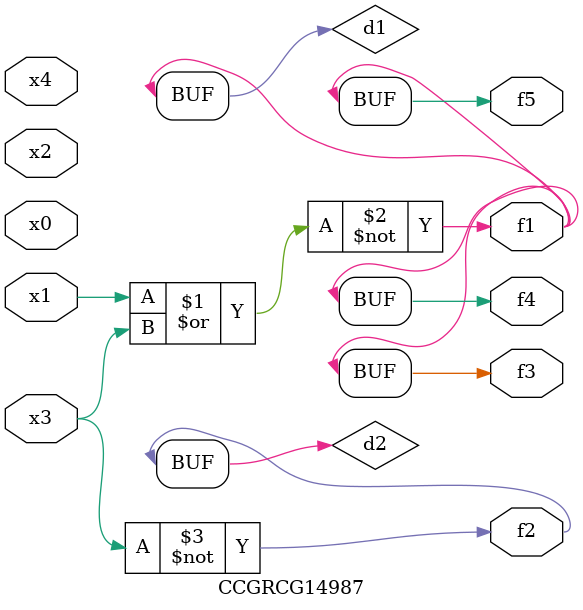
<source format=v>
module CCGRCG14987(
	input x0, x1, x2, x3, x4,
	output f1, f2, f3, f4, f5
);

	wire d1, d2;

	nor (d1, x1, x3);
	not (d2, x3);
	assign f1 = d1;
	assign f2 = d2;
	assign f3 = d1;
	assign f4 = d1;
	assign f5 = d1;
endmodule

</source>
